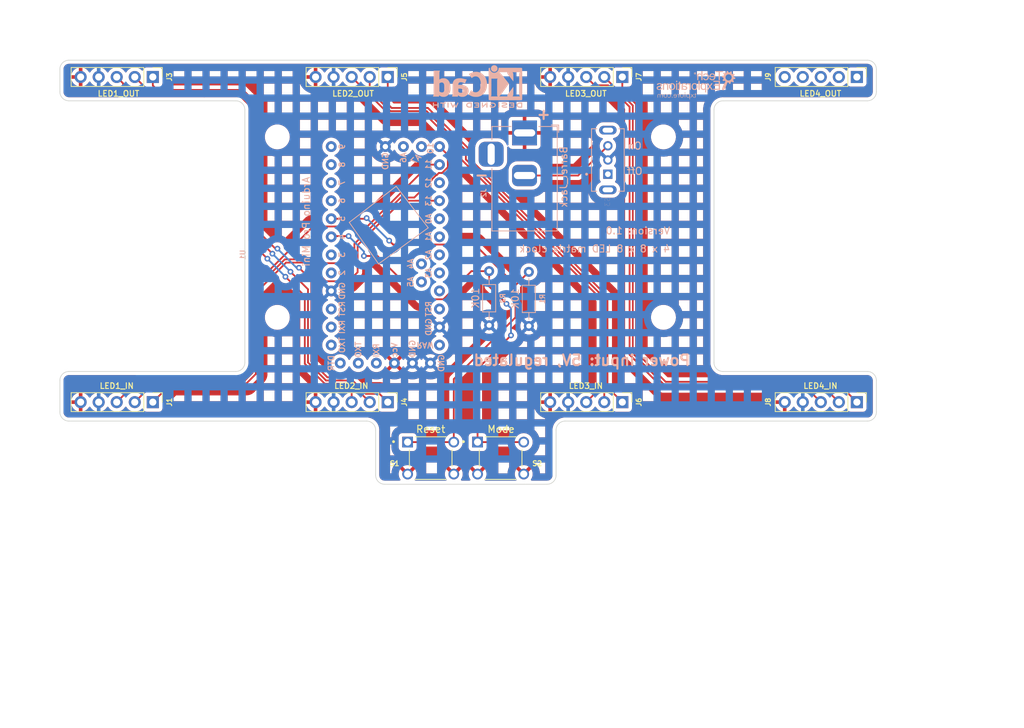
<source format=kicad_pcb>
(kicad_pcb (version 20211014) (generator pcbnew)
  (layers (0 "F.Cu" mixed) (31 "B.Cu" mixed) (34 "B.Paste" user) (35 "F.Paste" user) (36 "B.SilkS" user "B.Silkscreen") (37 "F.SilkS" user "F.Silkscreen") (38 "B.Mask" user) (39 "F.Mask" user) (44 "Edge.Cuts" user))
  (property "design_version" "1.0")
  (net 0 "")
  (net 1 "/CS0")
  (net 2 "/DIN0")
  (net 3 "/CLK0")
  (net 4 "GND")
  (net 5 "/Vcc")
  (net 6 "Net-(J2-Pad2)")
  (net 7 "/CS1")
  (net 8 "/DIN1")
  (net 9 "/CLK1")
  (net 10 "/CS2")
  (net 11 "/DIN2")
  (net 12 "/CLK2")
  (net 13 "/CS3")
  (net 14 "/DIN3")
  (net 15 "/CLK3")
  (net 16 "/TIMER_RESET")
  (net 17 "/MODE_SELECT")
  (footprint "1825967-1:SW_1825967-1" (layer "F.Cu") (at 137.608 106.172)
    (fp_text reference "S2" (at 5.14 0.762) (layer "F.SilkS") (effects (font (size 0.7 0.7))))
    (fp_text value "1825967-1" hide)
    (pad "1" thru_hole rect locked (at -3.25 -2.25) (size 1.508 1.508) (drill 1) (layers *.Cu *.Mask) (net 17 "/MODE_SELECT"))
    (pad "2" thru_hole circle locked (at 3.25 -2.25) (size 1.508 1.508) (drill 1) (layers *.Cu *.Mask) (net 17 "/MODE_SELECT"))
    (pad "3" thru_hole circle locked (at -3.25 2.25) (size 1.508 1.508) (drill 1) (layers *.Cu *.Mask) (net 5 "/Vcc"))
    (pad "4" thru_hole circle locked (at 3.25 2.25) (size 1.508 1.508) (drill 1) (layers *.Cu *.Mask) (net 5 "/Vcc"))
  )
  (footprint "MountingHole:MountingHole_2.5mm" (layer "F.Cu") (at 160.528 60.96)
    (fp_text reference "H3" hide)
    (fp_text value "MountingHole" hide)
    (pad "" np_thru_hole circle locked (at 0 0) (size 2.5 2.5) (drill 2.5) (layers *.Cu *.Mask))
  )
  (footprint "Connector_PinHeader_2.54mm:PinHeader_1x05_P2.54mm_Vertical" (layer "F.Cu") (at 88.646 98.298 -90)
    (fp_text reference "J1" (at 0 -2.33 90) (layer "F.SilkS") (effects (font (size 0.7 0.7))))
    (fp_text value "LED1_IN" (at -2.286 5.08) (layer "F.SilkS") (effects (font (size 0.8 0.8))))
    (pad "1" thru_hole rect locked (at 0 0 270) (size 1.7 1.7) (drill 1) (layers *.Cu *.Mask) (net 3 "/CLK0"))
    (pad "2" thru_hole oval locked (at 0 2.54 270) (size 1.7 1.7) (drill 1) (layers *.Cu *.Mask) (net 1 "/CS0"))
    (pad "3" thru_hole oval locked (at 0 5.08 270) (size 1.7 1.7) (drill 1) (layers *.Cu *.Mask) (net 2 "/DIN0"))
    (pad "4" thru_hole oval locked (at 0 7.62 270) (size 1.7 1.7) (drill 1) (layers *.Cu *.Mask) (net 4 "GND"))
    (pad "5" thru_hole oval locked (at 0 10.16 270) (size 1.7 1.7) (drill 1) (layers *.Cu *.Mask) (net 5 "/Vcc"))
  )
  (footprint "Connector_PinHeader_2.54mm:PinHeader_1x05_P2.54mm_Vertical" (layer "F.Cu") (at 121.7168 98.298 -90)
    (fp_text reference "J4" (at 0 -2.33 90) (layer "F.SilkS") (effects (font (size 0.7 0.7))))
    (fp_text value "LED2_IN" (at -2.286 5.1308) (layer "F.SilkS") (effects (font (size 0.8 0.8))))
    (pad "1" thru_hole rect locked (at 0 0 270) (size 1.7 1.7) (drill 1) (layers *.Cu *.Mask) (net 9 "/CLK1"))
    (pad "2" thru_hole oval locked (at 0 2.54 270) (size 1.7 1.7) (drill 1) (layers *.Cu *.Mask) (net 7 "/CS1"))
    (pad "3" thru_hole oval locked (at 0 5.08 270) (size 1.7 1.7) (drill 1) (layers *.Cu *.Mask) (net 8 "/DIN1"))
    (pad "4" thru_hole oval locked (at 0 7.62 270) (size 1.7 1.7) (drill 1) (layers *.Cu *.Mask) (net 4 "GND"))
    (pad "5" thru_hole oval locked (at 0 10.16 270) (size 1.7 1.7) (drill 1) (layers *.Cu *.Mask) (net 5 "/Vcc"))
  )
  (footprint "Connector_PinHeader_2.54mm:PinHeader_1x05_P2.54mm_Vertical" (layer "F.Cu") (at 187.7568 98.298 -90)
    (fp_text reference "J8" (at 0 12.4968 90) (layer "F.SilkS") (effects (font (size 0.7 0.7))))
    (fp_text value "LED4_IN" (at -2.286 5.1308) (layer "F.SilkS") (effects (font (size 0.8 0.8))))
    (pad "1" thru_hole rect locked (at 0 0 270) (size 1.7 1.7) (drill 1) (layers *.Cu *.Mask) (net 15 "/CLK3"))
    (pad "2" thru_hole oval locked (at 0 2.54 270) (size 1.7 1.7) (drill 1) (layers *.Cu *.Mask) (net 13 "/CS3"))
    (pad "3" thru_hole oval locked (at 0 5.08 270) (size 1.7 1.7) (drill 1) (layers *.Cu *.Mask) (net 14 "/DIN3"))
    (pad "4" thru_hole oval locked (at 0 7.62 270) (size 1.7 1.7) (drill 1) (layers *.Cu *.Mask) (net 4 "GND"))
    (pad "5" thru_hole oval locked (at 0 10.16 270) (size 1.7 1.7) (drill 1) (layers *.Cu *.Mask) (net 5 "/Vcc"))
  )
  (footprint "MountingHole:MountingHole_2.5mm" (layer "F.Cu") (at 106.172 86.36)
    (fp_text reference "H4" hide)
    (fp_text value "MountingHole" hide)
    (pad "" np_thru_hole circle locked (at 0 0) (size 2.5 2.5) (drill 2.5) (layers *.Cu *.Mask))
  )
  (footprint "Connector_PinHeader_2.54mm:PinHeader_1x05_P2.54mm_Vertical" (layer "F.Cu") (at 154.7368 98.298 -90)
    (fp_text reference "J6" (at 0 -2.33 90) (layer "F.SilkS") (effects (font (size 0.7 0.7))))
    (fp_text value "LED3_IN" (at -2.286 5.1308) (layer "F.SilkS") (effects (font (size 0.8 0.8))))
    (pad "1" thru_hole rect locked (at 0 0 270) (size 1.7 1.7) (drill 1) (layers *.Cu *.Mask) (net 12 "/CLK2"))
    (pad "2" thru_hole oval locked (at 0 2.54 270) (size 1.7 1.7) (drill 1) (layers *.Cu *.Mask) (net 10 "/CS2"))
    (pad "3" thru_hole oval locked (at 0 5.08 270) (size 1.7 1.7) (drill 1) (layers *.Cu *.Mask) (net 11 "/DIN2"))
    (pad "4" thru_hole oval locked (at 0 7.62 270) (size 1.7 1.7) (drill 1) (layers *.Cu *.Mask) (net 4 "GND"))
    (pad "5" thru_hole oval locked (at 0 10.16 270) (size 1.7 1.7) (drill 1) (layers *.Cu *.Mask) (net 5 "/Vcc"))
  )
  (footprint "MountingHole:MountingHole_2.5mm" (layer "F.Cu") (at 106.172 60.96)
    (fp_text reference "H1" hide)
    (fp_text value "MountingHole" hide)
    (pad "" np_thru_hole circle locked (at 0 0) (size 2.5 2.5) (drill 2.5) (layers *.Cu *.Mask))
  )
  (footprint "Connector_PinHeader_2.54mm:PinHeader_1x05_P2.54mm_Vertical" (layer "F.Cu") (at 88.646 52.5272 -90)
    (fp_text reference "J3" (at 0 -2.33 90) (layer "F.SilkS") (effects (font (size 0.7 0.7))))
    (fp_text value "LED1_OUT" (at 2.3368 4.826 180) (layer "F.SilkS") (effects (font (size 0.8 0.8))))
    (pad "1" thru_hole rect locked (at 0 0 270) (size 1.7 1.7) (drill 1) (layers *.Cu *.Mask) (net 9 "/CLK1"))
    (pad "2" thru_hole oval locked (at 0 2.54 270) (size 1.7 1.7) (drill 1) (layers *.Cu *.Mask) (net 7 "/CS1"))
    (pad "3" thru_hole oval locked (at 0 5.08 270) (size 1.7 1.7) (drill 1) (layers *.Cu *.Mask) (net 8 "/DIN1"))
    (pad "4" thru_hole oval locked (at 0 7.62 270) (size 1.7 1.7) (drill 1) (layers *.Cu *.Mask) (net 4 "GND"))
    (pad "5" thru_hole oval locked (at 0 10.16 270) (size 1.7 1.7) (drill 1) (layers *.Cu *.Mask) (net 5 "/Vcc"))
  )
  (footprint "1825967-1:SW_1825967-1" (layer "F.Cu") (at 127.762 106.172)
    (fp_text reference "S1" (at -5.08 0.762) (layer "F.SilkS") (effects (font (size 0.7 0.7))))
    (fp_text value "1825967-1" hide)
    (pad "1" thru_hole rect locked (at -3.25 -2.25) (size 1.508 1.508) (drill 1) (layers *.Cu *.Mask) (net 16 "/TIMER_RESET"))
    (pad "2" thru_hole circle locked (at 3.25 -2.25) (size 1.508 1.508) (drill 1) (layers *.Cu *.Mask) (net 16 "/TIMER_RESET"))
    (pad "3" thru_hole circle locked (at -3.25 2.25) (size 1.508 1.508) (drill 1) (layers *.Cu *.Mask) (net 5 "/Vcc"))
    (pad "4" thru_hole circle locked (at 3.25 2.25) (size 1.508 1.508) (drill 1) (layers *.Cu *.Mask) (net 5 "/Vcc"))
  )
  (footprint "Connector_PinHeader_2.54mm:PinHeader_1x05_P2.54mm_Vertical" (layer "F.Cu") (at 187.7568 52.5272 -90)
    (fp_text reference "J9" (at 0 12.4968 90) (layer "F.SilkS") (effects (font (size 0.7 0.7))))
    (fp_text value "LED4_OUT" (at 2.3368 5.1308) (layer "F.SilkS") (effects (font (size 0.8 0.8))))
    (pad "1" thru_hole rect locked (at 0 0 270) (size 1.7 1.7) (drill 1) (layers *.Cu *.Mask))
    (pad "2" thru_hole oval locked (at 0 2.54 270) (size 1.7 1.7) (drill 1) (layers *.Cu *.Mask))
    (pad "3" thru_hole oval locked (at 0 5.08 270) (size 1.7 1.7) (drill 1) (layers *.Cu *.Mask))
    (pad "4" thru_hole oval locked (at 0 7.62 270) (size 1.7 1.7) (drill 1) (layers *.Cu *.Mask))
    (pad "5" thru_hole oval locked (at 0 10.16 270) (size 1.7 1.7) (drill 1) (layers *.Cu *.Mask))
  )
  (footprint "MountingHole:MountingHole_2.5mm" (layer "F.Cu") (at 160.528 86.36)
    (fp_text reference "H2" hide)
    (fp_text value "MountingHole" hide)
    (pad "" np_thru_hole circle locked (at 0 0) (size 2.5 2.5) (drill 2.5) (layers *.Cu *.Mask))
  )
  (footprint "Connector_PinHeader_2.54mm:PinHeader_1x05_P2.54mm_Vertical" (layer "F.Cu") (at 121.7168 52.5272 -90)
    (fp_text reference "J5" (at 0 -2.33 90) (layer "F.SilkS") (effects (font (size 0.7 0.7))))
    (fp_text value "LED2_OUT" (at 2.3368 4.8768) (layer "F.SilkS") (effects (font (size 0.8 0.8))))
    (pad "1" thru_hole rect locked (at 0 0 270) (size 1.7 1.7) (drill 1) (layers *.Cu *.Mask) (net 12 "/CLK2"))
    (pad "2" thru_hole oval locked (at 0 2.54 270) (size 1.7 1.7) (drill 1) (layers *.Cu *.Mask) (net 10 "/CS2"))
    (pad "3" thru_hole oval locked (at 0 5.08 270) (size 1.7 1.7) (drill 1) (layers *.Cu *.Mask) (net 11 "/DIN2"))
    (pad "4" thru_hole oval locked (at 0 7.62 270) (size 1.7 1.7) (drill 1) (layers *.Cu *.Mask) (net 4 "GND"))
    (pad "5" thru_hole oval locked (at 0 10.16 270) (size 1.7 1.7) (drill 1) (layers *.Cu *.Mask) (net 5 "/Vcc"))
  )
  (footprint "Connector_PinHeader_2.54mm:PinHeader_1x05_P2.54mm_Vertical" (layer "F.Cu") (at 154.7368 52.5272 -90)
    (fp_text reference "J7" (at 0 -2.33 90) (layer "F.SilkS") (effects (font (size 0.7 0.7))))
    (fp_text value "LED3_OUT" (at 2.3368 5.1308) (layer "F.SilkS") (effects (font (size 0.8 0.8))))
    (pad "1" thru_hole rect locked (at 0 0 270) (size 1.7 1.7) (drill 1) (layers *.Cu *.Mask) (net 15 "/CLK3"))
    (pad "2" thru_hole oval locked (at 0 2.54 270) (size 1.7 1.7) (drill 1) (layers *.Cu *.Mask) (net 13 "/CS3"))
    (pad "3" thru_hole oval locked (at 0 5.08 270) (size 1.7 1.7) (drill 1) (layers *.Cu *.Mask) (net 14 "/DIN3"))
    (pad "4" thru_hole oval locked (at 0 7.62 270) (size 1.7 1.7) (drill 1) (layers *.Cu *.Mask) (net 4 "GND"))
    (pad "5" thru_hole oval locked (at 0 10.16 270) (size 1.7 1.7) (drill 1) (layers *.Cu *.Mask) (net 5 "/Vcc"))
  )
  (footprint "Symbol:KiCad-Logo2_5mm_SilkScreen" (layer "B.Cu") (at 134.366 53.848 180)
    (fp_text reference "REF**" hide)
    (fp_text value "KiCad-Logo2_5mm_SilkScreen" hide)
  )
  (footprint "SS12D07VG4:SW_SS12D07VG4" (layer "B.Cu") (at 152.7048 64.2112 90)
    (fp_text reference "S3" (at -5.8928 -0.0508 90) (layer "B.SilkS") (effects (font (size 0.7 0.7) (thickness 0.015)) (justify mirror)))
    (fp_text value "SS12D07VG4")
    (pad "1" thru_hole rect locked (at -2 0 90) (size 1.308 1.308) (drill 0.8) (layers *.Cu *.Mask))
    (pad "2" thru_hole circle locked (at 0 0 90) (size 1.308 1.308) (drill 0.8) (layers *.Cu *.Mask) (net 4 "GND"))
    (pad "3" thru_hole circle locked (at 2 0 90) (size 1.308 1.308) (drill 0.8) (layers *.Cu *.Mask) (net 6 "Net-(J2-Pad2)"))
    (pad "S1" thru_hole oval locked (at -4.2 0 90) (size 1.23 2.46) (drill oval 0.7 1.5) (layers *.Cu *.Mask))
    (pad "S2" thru_hole oval locked (at 4.2 0 90) (size 1.23 2.46) (drill oval 0.7 1.5) (layers *.Cu *.Mask))
  )
  (footprint "Connector_BarrelJack:BarrelJack_Horizontal" (layer "B.Cu") (at 140.9777 60.3956 90)
    (fp_text reference "J2" (at -8.45 -5.75 90) (layer "B.SilkS") (effects (font (size 0.7 0.7)) (justify mirror)))
    (fp_text value "Barrel_Jack" (at -6.2 5.5 90) (layer "B.SilkS") (effects (justify mirror)))
    (pad "1" thru_hole rect (at 0 0 90) (size 3.5 3.5) (drill oval 1 3) (layers *.Cu *.Mask) (net 5 "/Vcc"))
    (pad "2" thru_hole roundrect (at -6 0 90) (size 3 3.5) (drill oval 1 3) (layers *.Cu *.Mask) (net 6 "Net-(J2-Pad2)"))
    (pad "3" thru_hole roundrect (at -3 -4.7 90) (size 3.5 3.5) (drill oval 3 1) (layers *.Cu *.Mask))
  )
  (footprint "DesktopLibrary:TE_Logo_11.6x4" (layer "B.Cu") (at 165.1 53.594 180)
    (fp_text reference "G***" hide)
    (fp_text value "LOGO" hide)
  )
  (footprint "DesktopLibrary:ArduinoProMiniCustom" (layer "B.Cu") (at 111.22 57.245 -90)
    (fp_text reference "U1" (at 20.32 9.906 90 unlocked) (layer "B.SilkS") (effects (font (size 0.7 0.7)) (justify mirror)))
    (fp_text value "ArduinoProMiniSimple" hide)
    (fp_text user "8" (at 7.62 -4.064 90 unlocked) (layer "B.SilkS") (effects (font (size 0.8 0.8)) (justify mirror)))
    (fp_text user "2" (at 22.86 -4.064 90 unlocked) (layer "B.SilkS") (effects (font (size 0.8 0.8)) (justify mirror)))
    (fp_text user "10" (at 5.334 -16.51 90 unlocked) (layer "B.SilkS") (effects (font (size 0.8 0.8)) (justify mirror)))
    (fp_text user "A2" (at 20.32 -16.256 90 unlocked) (layer "B.SilkS") (effects (font (size 0.8 0.8)) (justify mirror)))
    (fp_text user "A0" (at 15.24 -16.256 90 unlocked) (layer "B.SilkS") (effects (font (size 0.8 0.8)) (justify mirror)))
    (fp_text user "Vcc" (at 33.718476 -11.43 90 unlocked) (layer "B.SilkS") (effects (font (size 0.8 0.8)) (justify mirror)))
    (fp_text user "12" (at 10.16 -16.256 90 unlocked) (layer "B.SilkS") (effects (font (size 0.8 0.8)) (justify mirror)))
    (fp_text user "A7" (at 6.858 -14.478 45 unlocked) (layer "B.SilkS") (effects (font (size 0.8 0.8)) (justify mirror)))
    (fp_text user "A6" (at 6.636589 -12.7 90 unlocked) (layer "B.SilkS") (effects (font (size 0.8 0.8)) (justify mirror)))
    (fp_text user "Arduino Pro Mini" (at 15.653 0.984 90 unlocked) (layer "B.SilkS") (effects (justify mirror)))
    (fp_text user "RST" (at 27.94 -16.256 90 unlocked) (layer "B.SilkS") (effects (font (size 0.8 0.8)) (justify mirror)))
    (fp_text user "5" (at 15.24 -4.064 90 unlocked) (layer "B.SilkS") (effects (font (size 0.8 0.8)) (justify mirror)))
    (fp_text user "TXO" (at 33.642286 -6.35 90 unlocked) (layer "B.SilkS") (effects (font (size 0.8 0.8)) (justify mirror)))
    (fp_text user "GND" (at 25.4 -4.064 90 unlocked) (layer "B.SilkS") (effects (font (size 0.8 0.8)) (justify mirror)))
    (fp_text user "GND" (at 35.56 -18.034 90 unlocked) (layer "B.SilkS") (effects (font (size 0.8 0.8)) (justify mirror)))
    (fp_text user "DTR" (at 35.56 -2.54 90 unlocked) (layer "B.SilkS") (effects (font (size 0.8 0.8)) (justify mirror)))
    (fp_text user "A1" (at 17.78 -16.256 90 unlocked) (layer "B.SilkS") (effects (font (size 0.8 0.8)) (justify mirror)))
    (fp_text user "4" (at 17.78 -4.064 90 unlocked) (layer "B.SilkS") (effects (font (size 0.8 0.8)) (justify mirror)))
    (fp_text user "RAW" (at 33.02 -15.748 -180 unlocked) (layer "B.SilkS") (effects (font (size 0.8 0.8)) (justify mirror)))
    (fp_text user "13" (at 12.7 -16.256 90 unlocked) (layer "B.SilkS") (effects (font (size 0.8 0.8)) (justify mirror)))
    (fp_text user "7" (at 10.16 -4.064 90 unlocked) (layer "B.SilkS") (effects (font (size 0.8 0.8)) (justify mirror)))
    (fp_text user "TXO" (at 33.02 -4.064 90 unlocked) (layer "B.SilkS") (effects (font (size 0.8 0.8)) (justify mirror)))
    (fp_text user "A3" (at 22.86 -16.256 90 unlocked) (layer "B.SilkS") (effects (font (size 0.8 0.8)) (justify mirror)))
    (fp_text user "GND" (at 7.131827 -10.16 90 unlocked) (layer "B.SilkS") (effects (font (size 0.8 0.8)) (justify mirror)))
    (fp_text user "9" (at 5.08 -4.064 90 unlocked) (layer "B.SilkS") (effects (font (size 0.8 0.8)) (justify mirror)))
    (fp_text user "RXI" (at 33.775619 -8.89 90 unlocked) (layer "B.SilkS") (effects (font (size 0.8 0.8)) (justify mirror)))
    (fp_text user "GND" (at 30.48 -16.256 90 unlocked) (layer "B.SilkS") (effects (font (size 0.8 0.8)) (justify mirror)))
    (fp_text user "11" (at 7.62 -16.256 90 unlocked) (layer "B.SilkS") (effects (font (size 0.8 0.8)) (justify mirror)))
    (fp_text user "3" (at 20.32 -4.064 90 unlocked) (layer "B.SilkS") (effects (font (size 0.8 0.8)) (justify mirror)))
    (fp_text user "RXI" (at 30.48 -4.064 90 unlocked) (layer "B.SilkS") (effects (font (size 0.8 0.8)) (justify mirror)))
    (fp_text user "RST" (at 27.94 -4.064 90 unlocked) (layer "B.SilkS") (effects (font (size 0.8 0.8)) (justify mirror)))
    (fp_text user "A5" (at 24.13 -13.716 90 unlocked) (layer "B.SilkS") (effects (font (size 0.8 0.8)) (justify mirror)))
    (fp_text user "GND" (at 33.528 -13.97 90 unlocked) (layer "B.SilkS") (effects (font (size 0.8 0.8)) (justify mirror)))
    (fp_text user "6" (at 12.7 -4.064 90 unlocked) (layer "B.SilkS") (effects (font (size 0.8 0.8)) (justify mirror)))
    (fp_text user "A4" (at 21.59 -13.716 90 unlocked) (layer "B.SilkS") (effects (font (size 0.8 0.8)) (justify mirror)))
    (pad "0" thru_hole circle (at 33.02 -2.54 270) (size 1.524 1.524) (drill 0.762) (layers *.Cu *.Mask))
    (pad "1" thru_hole circle (at 30.48 -2.54 270) (size 1.524 1.524) (drill 0.762) (layers *.Cu *.Mask))
    (pad "2" thru_hole circle (at 27.94 -2.54 270) (size 1.524 1.524) (drill 0.762) (layers *.Cu *.Mask))
    (pad "3" thru_hole circle (at 25.4 -2.54 270) (size 1.524 1.524) (drill 0.762) (layers *.Cu *.Mask) (net 4 "GND"))
    (pad "4" thru_hole circle (at 22.86 -2.54 270) (size 1.524 1.524) (drill 0.762) (layers *.Cu *.Mask))
    (pad "5" thru_hole circle (at 20.32 -2.54 270) (size 1.524 1.524) (drill 0.762) (layers *.Cu *.Mask))
    (pad "6" thru_hole circle (at 17.78 -2.54 270) (size 1.524 1.524) (drill 0.762) (layers *.Cu *.Mask) (net 17 "/MODE_SELECT"))
    (pad "7" thru_hole circle (at 15.24 -2.54 270) (size 1.524 1.524) (drill 0.762) (layers *.Cu *.Mask) (net 16 "/TIMER_RESET"))
    (pad "8" thru_hole circle (at 12.7 -2.54 270) (size 1.524 1.524) (drill 0.762) (layers *.Cu *.Mask))
    (pad "9" thru_hole circle (at 10.16 -2.54 270) (size 1.524 1.524) (drill 0.762) (layers *.Cu *.Mask))
    (pad "10" thru_hole circle (at 7.62 -2.54 270) (size 1.524 1.524) (drill 0.762) (layers *.Cu *.Mask))
    (pad "11" thru_hole circle (at 5.08 -2.54 270) (size 1.524 1.524) (drill 0.762) (layers *.Cu *.Mask))
    (pad "12" thru_hole circle (at 5.08 -10.16 270) (size 1.524 1.524) (drill 0.762) (layers *.Cu *.Mask) (net 4 "GND"))
    (pad "13" thru_hole circle (at 5.08 -12.7 270) (size 1.524 1.524) (drill 0.762) (layers *.Cu *.Mask))
    (pad "14" thru_hole circle (at 5.08 -15.24 270) (size 1.524 1.524) (drill 0.762) (layers *.Cu *.Mask))
    (pad "15" thru_hole circle (at 5.08 -17.78 270) (size 1.524 1.524) (drill 0.762) (layers *.Cu *.Mask) (net 1 "/CS0"))
    (pad "16" thru_hole circle (at 7.62 -17.78 270) (size 1.524 1.524) (drill 0.762) (layers *.Cu *.Mask) (net 2 "/DIN0"))
    (pad "17" thru_hole circle (at 10.16 -17.78 270) (size 1.524 1.524) (drill 0.762) (layers *.Cu *.Mask))
    (pad "18" thru_hole circle (at 12.7 -17.78 270) (size 1.524 1.524) (drill 0.762) (layers *.Cu *.Mask) (net 3 "/CLK0"))
    (pad "19" thru_hole circle (at 15.24 -17.78 270) (size 1.524 1.524) (drill 0.762) (layers *.Cu *.Mask))
    (pad "20" thru_hole circle (at 17.78 -17.78 270) (size 1.524 1.524) (drill 0.762) (layers *.Cu *.Mask))
    (pad "21" thru_hole circle (at 20.32 -17.78 270) (size 1.524 1.524) (drill 0.762) (layers *.Cu *.Mask))
    (pad "22" thru_hole circle (at 22.86 -17.78 270) (size 1.524 1.524) (drill 0.762) (layers *.Cu *.Mask))
    (pad "23" thru_hole circle (at 25.4 -17.78 270) (size 1.524 1.524) (drill 0.762) (layers *.Cu *.Mask))
    (pad "24" thru_hole circle (at 27.94 -17.78 270) (size 1.524 1.524) (drill 0.762) (layers *.Cu *.Mask))
    (pad "25" thru_hole circle (at 30.48 -17.78 270) (size 1.524 1.524) (drill 0.762) (layers *.Cu *.Mask) (net 4 "GND"))
    (pad "26" thru_hole circle (at 33.02 -17.78 270) (size 1.524 1.524) (drill 0.762) (layers *.Cu *.Mask))
    (pad "27" thru_hole circle (at 35.56 -16.51 270) (size 1.524 1.524) (drill 0.762) (layers *.Cu *.Mask) (net 4 "GND"))
    (pad "28" thru_hole circle (at 35.56 -13.97 270) (size 1.524 1.524) (drill 0.762) (layers *.Cu *.Mask) (net 4 "GND"))
    (pad "29" thru_hole circle (at 35.56 -11.43 270) (size 1.524 1.524) (drill 0.762) (layers *.Cu *.Mask) (net 5 "/Vcc"))
    (pad "30" thru_hole circle (at 35.56 -8.89 270) (size 1.524 1.524) (drill 0.762) (layers *.Cu *.Mask))
    (pad "31" thru_hole circle (at 35.56 -6.35 270) (size 1.524 1.524) (drill 0.762) (layers *.Cu *.Mask))
    (pad "32" thru_hole circle (at 35.56 -3.81 270) (size 1.524 1.524) (drill 0.762) (layers *.Cu *.Mask))
    (pad "33" thru_hole circle (at 21.59 -15.24 270) (size 1.524 1.524) (drill 0.762) (layers *.Cu *.Mask))
    (pad "34" thru_hole circle (at 24.13 -15.24 270) (size 1.524 1.524) (drill 0.762) (layers *.Cu *.Mask))
  )
  (footprint "Resistor_THT:R_Axial_DIN0204_L3.6mm_D1.6mm_P7.62mm_Horizontal" (layer "B.Cu") (at 135.9916 87.4776 90)
    (fp_text reference "R2" (at 3.81 1.92 90) (layer "B.SilkS") (effects (font (size 0.7 0.7)) (justify mirror)))
    (fp_text value "10K" (at 3.81 -1.92 90) (layer "B.SilkS") (effects (justify mirror)))
    (pad "1" thru_hole circle locked (at 0 0 90) (size 1.4 1.4) (drill 0.7) (layers *.Cu *.Mask) (net 4 "GND"))
    (pad "2" thru_hole oval locked (at 7.62 0 90) (size 1.4 1.4) (drill 0.7) (layers *.Cu *.Mask) (net 17 "/MODE_SELECT"))
  )
  (footprint "Resistor_THT:R_Axial_DIN0204_L3.6mm_D1.6mm_P7.62mm_Horizontal" (layer "B.Cu") (at 141.5796 87.5792 90)
    (fp_text reference "R1" (at 3.81 1.92 90) (layer "B.SilkS") (effects (font (size 0.7 0.7)) (justify mirror)))
    (fp_text value "10K" (at 3.81 -1.92 90) (layer "B.SilkS") (effects (justify mirror)))
    (pad "1" thru_hole circle locked (at 0 0 90) (size 1.4 1.4) (drill 0.7) (layers *.Cu *.Mask) (net 4 "GND"))
    (pad "2" thru_hole oval locked (at 7.62 0 90) (size 1.4 1.4) (drill 0.7) (layers *.Cu *.Mask) (net 16 "/TIMER_RESET"))
  )
  (gr_arc (start 190.5 99.695) (mid 190.128026 100.593026) (end 189.23 100.965) (layer "Edge.Cuts") (width 0.1))
  (gr_line (start 145.415 108.585) (end 145.415 102.235) (layer "Edge.Cuts") (width 0.1))
  (gr_arc (start 168.91 93.98) (mid 168.011974 93.608026) (end 167.64 92.71) (layer "Edge.Cuts") (width 0.1))
  (gr_line (start 168.91 55.88) (end 189.23 55.88) (layer "Edge.Cuts") (width 0.1))
  (gr_arc (start 101.6 92.71) (mid 101.228026 93.608026) (end 100.33 93.98) (layer "Edge.Cuts") (width 0.1))
  (gr_line (start 189.23 93.98) (end 168.91 93.98) (layer "Edge.Cuts") (width 0.1))
  (gr_arc (start 145.415 108.585) (mid 145.043026 109.483026) (end 144.145 109.855) (layer "Edge.Cuts") (width 0.1))
  (gr_arc (start 121.285 109.855) (mid 120.386974 109.483026) (end 120.015 108.585) (layer "Edge.Cuts") (width 0.1))
  (gr_line (start 100.33 93.98) (end 76.835 93.98) (layer "Edge.Cuts") (width 0.1))
  (gr_line (start 121.285 109.855) (end 140.97 109.855) (layer "Edge.Cuts") (width 0.1))
  (gr_arc (start 189.23 50.165) (mid 190.128026 50.536974) (end 190.5 51.435) (layer "Edge.Cuts") (width 0.1))
  (gr_arc (start 118.745 100.965) (mid 119.643026 101.336974) (end 120.015 102.235) (layer "Edge.Cuts") (width 0.1))
  (gr_arc (start 189.23 93.98) (mid 190.128026 94.351974) (end 190.5 95.25) (layer "Edge.Cuts") (width 0.1))
  (gr_arc (start 76.835 100.965) (mid 75.936974 100.593026) (end 75.565 99.695) (layer "Edge.Cuts") (width 0.1))
  (gr_line (start 140.97 109.855) (end 144.145 109.855) (layer "Edge.Cuts") (width 0.1))
  (gr_line (start 190.5 99.695) (end 190.5 95.25) (layer "Edge.Cuts") (width 0.1))
  (gr_arc (start 190.5 54.61) (mid 190.128026 55.508026) (end 189.23 55.88) (layer "Edge.Cuts") (width 0.1))
  (gr_line (start 190.5 54.61) (end 190.5 51.435) (layer "Edge.Cuts") (width 0.1))
  (gr_line (start 75.565 95.25) (end 75.565 99.695) (layer "Edge.Cuts") (width 0.1))
  (gr_line (start 76.835 100.965) (end 118.745 100.965) (layer "Edge.Cuts") (width 0.1))
  (gr_arc (start 100.33 55.88) (mid 101.228026 56.251974) (end 101.6 57.15) (layer "Edge.Cuts") (width 0.1))
  (gr_line (start 146.685 100.965) (end 189.23 100.965) (layer "Edge.Cuts") (width 0.1))
  (gr_arc (start 75.565 51.435) (mid 75.936974 50.536974) (end 76.835 50.165) (layer "Edge.Cuts") (width 0.1))
  (gr_line (start 167.64 92.71) (end 167.64 57.15) (layer "Edge.Cuts") (width 0.1))
  (gr_line (start 76.835 55.88) (end 100.33 55.88) (layer "Edge.Cuts") (width 0.1))
  (gr_arc (start 167.64 57.15) (mid 168.011974 56.251974) (end 168.91 55.88) (layer "Edge.Cuts") (width 0.1))
  (gr_arc (start 76.835 55.88) (mid 75.936974 55.508026) (end 75.565 54.61) (layer "Edge.Cuts") (width 0.1))
  (gr_line (start 75.565 51.435) (end 75.565 54.61) (layer "Edge.Cuts") (width 0.1))
  (gr_line (start 101.6 57.15) (end 101.6 92.71) (layer "Edge.Cuts") (width 0.1))
  (gr_line (start 120.015 102.235) (end 120.015 108.585) (layer "Edge.Cuts") (width 0.1))
  (gr_arc (start 145.415 102.235) (mid 145.786974 101.336974) (end 146.685 100.965) (layer "Edge.Cuts") (width 0.1))
  (gr_line (start 189.23 50.165) (end 76.835 50.165) (layer "Edge.Cuts") (width 0.1))
  (gr_arc (start 75.565 95.25) (mid 75.936974 94.351974) (end 76.835 93.98) (layer "Edge.Cuts") (width 0.1))
  (gr_text "Version: ${design_version}" (at 161.544 74.168) (layer "B.SilkS") (effects (font (size 1 1)) (justify left mirror)))
  (gr_text "+" (at 143.6624 57.7596) (layer "B.SilkS") (effects (font (size 1.5 1.5) (thickness 0.3))))
  (gr_text "Power input: 5V, regulated" (at 149.0472 92.4052) (layer "B.SilkS") (effects (font (size 1.5 1.5) (thickness 0.3)) (justify mirror)))
  (gr_text "-" (at 134.9248 66.294) (layer "B.SilkS") (effects (font (size 1.5 1.5) (thickness 0.3))))
  (gr_text "Off" (at 156.464 65.786) (layer "B.SilkS") (effects (font (size 1 1)) (justify mirror)))
  (gr_text "4 x 8 x 8 LED matrix clock" (at 161.544 76.708) (layer "B.SilkS") (effects (font (size 1 1)) (justify left mirror)))
  (gr_text "On" (at 156.464 62.23) (layer "B.SilkS") (effects (font (size 1 1)) (justify mirror)))
  (gr_text "Reset" (at 127.762 102.108) (layer "F.SilkS") (effects (font (size 1 1))))
  (gr_text "Mode" (at 137.668 102.108) (layer "F.SilkS") (effects (font (size 1 1))))
  (segment (start 86.106 98.298) (end 89.154 95.25) (width 0.25) (layer "F.Cu") (net 1))
  (segment (start 101.600717 95.25) (end 102.68452 94.166197) (width 0.25) (layer "F.Cu") (net 1))
  (segment (start 102.68452 94.166197) (end 102.68452 82.736198) (width 0.25) (layer "F.Cu") (net 1))
  (segment (start 89.154 95.25) (end 101.600717 95.25) (width 0.25) (layer "F.Cu") (net 1))
  (segment (start 128.626511 66.318489) (end 128.905 66.04) (width 0.25) (layer "F.Cu") (net 1))
  (segment (start 128.905 66.04) (end 129.36156 66.04) (width 0.25) (layer "F.Cu") (net 1))
  (segment (start 107.218727 78.201991) (end 110.587709 78.201991) (width 0.25) (layer "F.Cu") (net 1))
  (segment (start 110.587709 78.201991) (end 111.125718 78.74) (width 0.25) (layer "F.Cu") (net 1))
  (segment (start 127.913489 67.031511) (end 127.913489 66.954951) (width 0.25) (layer "F.Cu") (net 1))
  (segment (start 128.549951 66.318489) (end 128.626511 66.318489) (width 0.25) (layer "F.Cu") (net 1))
  (segment (start 129.36156 66.04) (end 130.175 65.22656) (width 0.25) (layer "F.Cu") (net 1))
  (segment (start 116.205 78.74) (end 117.026198 77.918802) (width 0.25) (layer "F.Cu") (net 1))
  (segment (start 102.68452 82.736198) (end 107.218727 78.201991) (width 0.25) (layer "F.Cu") (net 1))
  (segment (start 127.913489 66.954951) (end 128.549951 66.318489) (width 0.25) (layer "F.Cu") (net 1))
  (segment (start 117.026198 76.014521) (end 123.545239 69.49548) (width 0.25) (layer "F.Cu") (net 1))
  (segment (start 125.44952 69.49548) (end 127.913489 67.031511) (width 0.25) (layer "F.Cu") (net 1))
  (segment (start 111.125718 78.74) (end 116.205 78.74) (width 0.25) (layer "F.Cu") (net 1))
  (segment (start 117.026198 77.918802) (end 117.026198 76.014521) (width 0.25) (layer "F.Cu") (net 1))
  (segment (start 130.175 63.5) (end 129 62.325) (width 0.25) (layer "F.Cu") (net 1))
  (segment (start 123.545239 69.49548) (end 125.44952 69.49548) (width 0.25) (layer "F.Cu") (net 1))
  (segment (start 130.175 65.22656) (end 130.175 63.5) (width 0.25) (layer "F.Cu") (net 1))
  (segment (start 102.235 93.98) (end 102.235 82.55) (width 0.25) (layer "F.Cu") (net 2))
  (segment (start 87.06352 94.80048) (end 101.41452 94.80048) (width 0.25) (layer "F.Cu") (net 2))
  (segment (start 83.566 98.298) (end 87.06352 94.80048) (width 0.25) (layer "F.Cu") (net 2))
  (segment (start 111.213489 73.571511) (end 118.833489 73.571511) (width 0.25) (layer "F.Cu") (net 2))
  (segment (start 101.41452 94.80048) (end 102.235 93.98) (width 0.25) (layer "F.Cu") (net 2))
  (segment (start 118.833489 73.571511) (end 127.54 64.865) (width 0.25) (layer "F.Cu") (net 2))
  (segment (start 102.235 82.55) (end 111.213489 73.571511) (width 0.25) (layer "F.Cu") (net 2))
  (segment (start 127.54 64.865) (end 129 64.865) (width 0.25) (layer "F.Cu") (net 2))
  (segment (start 117.475718 76.200718) (end 123.731436 69.945) (width 0.25) (layer "F.Cu") (net 3))
  (segment (start 91.24448 95.69952) (end 101.786915 95.69952) (width 0.25) (layer "F.Cu") (net 3))
  (segment (start 103.13404 82.922396) (end 107.404925 78.651511) (width 0.25) (layer "F.Cu") (net 3))
  (segment (start 107.404925 78.651511) (end 110.401511 78.651511) (width 0.25) (layer "F.Cu") (net 3))
  (segment (start 110.401511 78.651511) (end 113.03 81.28) (width 0.25) (layer "F.Cu") (net 3))
  (segment (start 113.03 81.28) (end 116.205 81.28) (width 0.25) (layer "F.Cu") (net 3))
  (segment (start 103.13404 94.352394) (end 103.13404 82.922396) (width 0.25) (layer "F.Cu") (net 3))
  (segment (start 101.786915 95.69952) (end 103.13404 94.352394) (width 0.25) (layer "F.Cu") (net 3))
  (segment (start 88.646 98.298) (end 91.24448 95.69952) (width 0.25) (layer "F.Cu") (net 3))
  (segment (start 117.475718 80.009282) (end 117.475718 76.200718) (width 0.25) (layer "F.Cu") (net 3))
  (segment (start 116.205 81.28) (end 117.475718 80.009282) (width 0.25) (layer "F.Cu") (net 3))
  (segment (start 123.731436 69.945) (end 129 69.945) (width 0.25) (layer "F.Cu") (net 3))
  (segment (start 152.7048 62.2112) (end 148.5204 66.3956) (width 0.25) (layer "F.Cu") (net 6))
  (segment (start 148.5204 66.3956) (end 140.9777 66.3956) (width 0.25) (layer "F.Cu") (net 6))
  (segment (start 86.106 52.5272) (end 88.37428 54.79548) (width 0.25) (layer "F.Cu") (net 7))
  (segment (start 88.37428 54.79548) (end 101.151197 54.79548) (width 0.25) (layer "F.Cu") (net 7))
  (segment (start 101.151197 54.79548) (end 102.68452 56.328803) (width 0.25) (layer "F.Cu") (net 7))
  (segment locked (start 108.021755 79.938245) (end 110.49 82.40649) (width 0.25) (layer "F.Cu") (net 7))
  (segment (start 113.030359 95.249641) (end 116.128441 95.249641) (width 0.25) (layer "F.Cu") (net 7))
  (segment (start 102.68452 56.328803) (end 102.68452 74.60101) (width 0.25) (layer "F.Cu") (net 7))
  (segment (start 110.49 92.709282) (end 113.030359 95.249641) (width 0.25) (layer "F.Cu") (net 7))
  (segment (start 110.49 82.40649) (end 110.49 92.709282) (width 0.25) (layer "F.Cu") (net 7))
  (segment (start 116.128441 95.249641) (end 119.1768 98.298) (width 0.25) (layer "F.Cu") (net 7))
  (segment (start 102.68452 74.60101) (end 105.481755 77.398245) (width 0.25) (layer "F.Cu") (net 7))
  (via (at 105.481755 77.398245) (size 0.8) (drill 0.4) (layers "F.Cu" "B.Cu") (net 7))
  (via (at 108.021755 79.938245) (size 0.8) (drill 0.4) (layers "F.Cu" "B.Cu") (net 7))
  (segment (start 105.481755 77.398245) (end 108.021755 79.938245) (width 0.25) (layer "B.Cu") (net 7))
  (segment (start 115.942243 95.699161) (end 116.6368 96.393718) (width 0.25) (layer "F.Cu") (net 8))
  (segment (start 102.235 75.565) (end 104.775 78.105) (width 0.25) (layer "F.Cu") (net 8))
  (segment (start 107.315 80.645) (end 110.04048 83.37048) (width 0.25) (layer "F.Cu") (net 8))
  (segment (start 102.235 72.39) (end 102.235 75.565) (width 0.25) (layer "F.Cu") (net 8))
  (segment (start 84.455 53.4162) (end 84.455 54.61) (width 0.25) (layer "F.Cu") (net 8))
  (segment (start 84.455 54.61) (end 85.09 55.245) (width 0.25) (layer "F.Cu") (net 8))
  (segment (start 112.844162 95.699161) (end 115.942243 95.699161) (width 0.25) (layer "F.Cu") (net 8))
  (segment (start 95.885 55.245) (end 100.965 55.245) (width 0.25) (layer "F.Cu") (net 8))
  (segment (start 85.09 55.245) (end 95.885 55.245) (width 0.25) (layer "F.Cu") (net 8))
  (segment (start 100.965 55.245) (end 101.6 55.88) (width 0.25) (layer "F.Cu") (net 8))
  (segment (start 116.6368 96.393718) (end 116.6368 98.298) (width 0.25) (layer "F.Cu") (net 8))
  (segment (start 110.04048 92.89548) (end 112.844162 95.699161) (width 0.25) (layer "F.Cu") (net 8))
  (segment (start 110.04048 83.37048) (end 110.04048 92.89548) (width 0.25) (layer "F.Cu") (net 8))
  (segment (start 101.6 55.88) (end 102.235 56.515) (width 0.25) (layer "F.Cu") (net 8))
  (segment (start 102.235 56.515) (end 102.235 72.39) (width 0.25) (layer "F.Cu") (net 8))
  (segment (start 83.566 52.5272) (end 84.455 53.4162) (width 0.25) (layer "F.Cu") (net 8))
  (via (at 104.775 78.105) (size 0.8) (drill 0.4) (layers "F.Cu" "B.Cu") (net 8))
  (via (at 107.315 80.645) (size 0.8) (drill 0.4) (layers "F.Cu" "B.Cu") (net 8))
  (segment (start 104.775 78.105) (end 107.315 80.645) (width 0.25) (layer "B.Cu") (net 8))
  (segment (start 101.337395 54.34596) (end 103.13404 56.142605) (width 0.25) (layer "F.Cu") (net 9))
  (segment (start 118.638007 97.123489) (end 120.542289 97.123489) (width 0.25) (layer "F.Cu") (net 9))
  (segment (start 113.216557 94.800121) (end 116.314639 94.800121) (width 0.25) (layer "F.Cu") (net 9))
  (segment (start 88.646 52.5272) (end 88.646 53.721) (width 0.25) (layer "F.Cu") (net 9))
  (segment (start 120.542289 97.123489) (end 121.7168 98.298) (width 0.25) (layer "F.Cu") (net 9))
  (segment (start 109.22 79.376011) (end 110.93952 81.095531) (width 0.25) (layer "F.Cu") (net 9))
  (segment (start 103.13404 57.15) (end 103.13404 68.58) (width 0.25) (layer "F.Cu") (net 9))
  (segment (start 103.13404 68.58) (end 103.13404 73.92404) (width 0.25) (layer "F.Cu") (net 9))
  (segment (start 103.13404 73.92404) (end 103.505 74.295) (width 0.25) (layer "F.Cu") (net 9))
  (segment (start 116.314639 94.800121) (end 118.638007 97.123489) (width 0.25) (layer "F.Cu") (net 9))
  (segment (start 89.535 54.34596) (end 101.337395 54.34596) (width 0.25) (layer "F.Cu") (net 9))
  (segment (start 105.90149 76.69149) (end 106.18851 76.69149) (width 0.25) (layer "F.Cu") (net 9))
  (segment (start 103.505 74.295) (end 105.90149 76.69149) (width 0.25) (layer "F.Cu") (net 9))
  (segment (start 110.93952 81.095531) (end 110.93952 92.523084) (width 0.25) (layer "F.Cu") (net 9))
  (segment (start 89.27096 54.34596) (end 89.535 54.34596) (width 0.25) (layer "F.Cu") (net 9))
  (segment (start 103.13404 56.142605) (end 103.13404 57.15) (width 0.25) (layer "F.Cu") (net 9))
  (segment (start 88.646 53.721) (end 89.27096 54.34596) (width 0.25) (layer "F.Cu") (net 9))
  (segment (start 110.93952 92.523084) (end 113.216557 94.800121) (width 0.25) (layer "F.Cu") (net 9))
  (via (at 109.22 79.376011) (size 0.8) (drill 0.4) (layers "F.Cu" "B.Cu") (net 9))
  (via (at 106.18851 76.69149) (size 0.8) (drill 0.4) (layers "F.Cu" "B.Cu") (net 9))
  (segment (start 108.873031 79.376011) (end 109.22 79.376011) (width 0.25) (layer "B.Cu") (net 9))
  (segment (start 106.18851 76.69149) (end 108.873031 79.376011) (width 0.25) (layer "B.Cu") (net 9))
  (segment (start 119.1768 52.5272) (end 119.1768 54.431482) (width 0.25) (layer "F.Cu") (net 10))
  (segment (start 119.1768 54.431482) (end 122.080798 57.33548) (width 0.25) (layer "F.Cu") (net 10))
  (segment (start 132.715 64.134283) (end 152.1968 83.616083) (width 0.25) (layer "F.Cu") (net 10))
  (segment (start 152.1968 83.616083) (end 152.1968 98.298) (width 0.25) (layer "F.Cu") (net 10))
  (segment (start 122.080798 57.33548) (end 127.186198 57.33548) (width 0.25) (layer "F.Cu") (net 10))
  (segment (start 127.186198 57.33548) (end 132.715 62.864282) (width 0.25) (layer "F.Cu") (net 10))
  (segment (start 132.715 62.864282) (end 132.715 64.134283) (width 0.25) (layer "F.Cu") (net 10))
  (segment (start 151.74728 96.20752) (end 149.6568 98.298) (width 0.25) (layer "F.Cu") (net 11))
  (segment (start 127 57.785) (end 132.08 62.865) (width 0.25) (layer "F.Cu") (net 11))
  (segment (start 121.8946 57.785) (end 127 57.785) (width 0.25) (layer "F.Cu") (net 11))
  (segment (start 132.08 62.865) (end 132.08 64.135) (width 0.25) (layer "F.Cu") (net 11))
  (segment (start 116.6368 52.5272) (end 121.8946 57.785) (width 0.25) (layer "F.Cu") (net 11))
  (segment (start 132.08 64.135) (end 151.74728 83.80228) (width 0.25) (layer "F.Cu") (net 11))
  (segment (start 151.74728 83.80228) (end 151.74728 96.20752) (width 0.25) (layer "F.Cu") (net 11))
  (segment (start 133.35 62.863564) (end 133.35 64.133566) (width 0.25) (layer "F.Cu") (net 12))
  (segment (start 127.372396 56.88596) (end 133.35 62.863564) (width 0.25) (layer "F.Cu") (net 12))
  (segment (start 152.64632 83.429886) (end 152.64632 96.20752) (width 0.25) (layer "F.Cu") (net 12))
  (segment (start 121.7168 52.5272) (end 121.7168 56.335764) (width 0.25) (layer "F.Cu") (net 12))
  (segment (start 122.266996 56.88596) (end 127.372396 56.88596) (width 0.25) (layer "F.Cu") (net 12))
  (segment (start 133.35 64.133566) (end 152.64632 83.429886) (width 0.25) (layer "F.Cu") (net 12))
  (segment (start 121.7168 56.335764) (end 122.266996 56.88596) (width 0.25) (layer "F.Cu") (net 12))
  (segment (start 152.64632 96.20752) (end 154.7368 98.298) (width 0.25) (layer "F.Cu") (net 12))
  (segment (start 181.61 96.52) (end 183.4388 96.52) (width 0.25) (layer "F.Cu") (net 13))
  (segment (start 160.655359 95.884641) (end 180.975358 95.884641) (width 0.25) (layer "F.Cu") (net 13))
  (segment (start 180.975358 95.884641) (end 181.61 96.519283) (width 0.25) (layer "F.Cu") (net 13))
  (segment (start 156.21 56.5404) (end 156.21 91.439282) (width 0.25) (layer "F.Cu") (net 13))
  (segment (start 152.1968 52.5272) (end 156.21 56.5404) (width 0.25) (layer "F.Cu") (net 13))
  (segment (start 181.61 96.519283) (end 181.61 96.52) (width 0.25) (layer "F.Cu") (net 13))
  (segment (start 156.21 91.439282) (end 160.655359 95.884641) (width 0.25) (layer "F.Cu") (net 13))
  (segment (start 183.4388 96.52) (end 185.2168 98.298) (width 0.25) (layer "F.Cu") (net 13))
  (segment (start 155.76048 91.62548) (end 160.469162 96.334161) (width 0.25) (layer "F.Cu") (net 14))
  (segment (start 150.831311 53.701711) (end 152.735593 53.701711) (width 0.25) (layer "F.Cu") (net 14))
  (segment (start 155.76048 56.726598) (end 155.76048 91.62548) (width 0.25) (layer "F.Cu") (net 14))
  (segment (start 180.712961 96.334161) (end 182.6768 98.298) (width 0.25) (layer "F.Cu") (net 14))
  (segment (start 160.469162 96.334161) (end 180.712961 96.334161) (width 0.25) (layer "F.Cu") (net 14))
  (segment (start 152.735593 53.701711) (end 155.76048 56.726598) (width 0.25) (layer "F.Cu") (net 14))
  (segment (start 149.6568 52.5272) (end 150.831311 53.701711) (width 0.25) (layer "F.Cu") (net 14))
  (segment (start 154.7368 52.5272) (end 154.7368 54.4068) (width 0.25) (layer "F.Cu") (net 15))
  (segment (start 156.65952 91.253084) (end 160.841557 95.435121) (width 0.25) (layer "F.Cu") (net 15))
  (segment (start 154.7368 54.4068) (end 156.65952 56.32952) (width 0.25) (layer "F.Cu") (net 15))
  (segment (start 160.841557 95.435121) (end 184.893921 95.435121) (width 0.25) (layer "F.Cu") (net 15))
  (segment (start 184.893921 95.435121) (end 187.7568 98.298) (width 0.25) (layer "F.Cu") (net 15))
  (segment (start 156.65952 56.32952) (end 156.65952 91.253084) (width 0.25) (layer "F.Cu") (net 15))
  (segment (start 139.7 81.8388) (end 133.972711 76.111511) (width 0.25) (layer "F.Cu") (net 16))
  (segment (start 118.65 72.485) (end 113.76 72.485) (width 0.25) (layer "F.Cu") (net 16))
  (segment (start 133.972711 76.111511) (end 122.466511 76.111511) (width 0.25) (layer "F.Cu") (net 16))
  (segment (start 139.7 86.36) (end 139.7 81.8388) (width 0.25) (layer "F.Cu") (net 16))
  (segment (start 131.012 103.922) (end 131.012 95.048) (width 0.25) (layer "F.Cu") (net 16))
  (segment (start 139.7 81.8388) (end 141.5796 79.9592) (width 0.25) (layer "F.Cu") (net 16))
  (segment (start 118.745 72.39) (end 118.65 72.485) (width 0.25) (layer "F.Cu") (net 16))
  (segment (start 131.012 103.922) (end 124.512 103.922) (width 0.25) (layer "F.Cu") (net 16))
  (segment (start 122.466511 76.111511) (end 121.92 75.565) (width 0.25) (layer "F.Cu") (net 16))
  (segment (start 131.012 95.048) (end 139.7 86.36) (width 0.25) (layer "F.Cu") (net 16))
  (via (at 118.745 72.39) (size 0.8) (drill 0.4) (layers "F.Cu" "B.Cu") (net 16))
  (via (at 121.92 75.565) (size 0.8) (drill 0.4) (layers "F.Cu" "B.Cu") (net 16))
  (segment (start 121.92 75.565) (end 118.745 72.39) (width 0.25) (layer "B.Cu") (net 16))
  (segment (start 134.358 103.922) (end 134.358 93.607) (width 0.25) (layer "F.Cu") (net 17))
  (segment (start 129.54 83.82) (end 133.5024 79.8576) (width 0.25) (layer "F.Cu") (net 17))
  (segment (start 138.43 84.455) (end 135.9916 82.0166) (width 0.25) (layer "F.Cu") (net 17))
  (segment (start 135.9916 82.0166) (end 135.9916 79.8576) (width 0.25) (layer "F.Cu") (net 17))
  (segment (start 120.269 77.724) (end 126.365 83.82) (width 0.25) (layer "F.Cu") (net 17))
  (segment (start 118.364 77.724) (end 120.269 77.724) (width 0.25) (layer "F.Cu") (net 17))
  (segment (start 134.358 103.922) (end 140.858 103.922) (width 0.25) (layer "F.Cu") (net 17))
  (segment (start 116.205 74.93) (end 113.855 74.93) (width 0.25) (layer "F.Cu") (net 17))
  (segment (start 113.855 74.93) (end 113.76 75.025) (width 0.25) (layer "F.Cu") (net 17))
  (segment (start 126.365 83.82) (end 129.54 83.82) (width 0.25) (layer "F.Cu") (net 17))
  (segment (start 134.358 93.607) (end 139.065 88.9) (width 0.25) (layer "F.Cu") (net 17))
  (segment (start 133.5024 79.8576) (end 135.9916 79.8576) (width 0.25) (layer "F.Cu") (net 17))
  (via (at 116.205 74.93) (size 0.8) (drill 0.4) (layers "F.Cu" "B.Cu") (net 17))
  (via (at 139.065 88.9) (size 0.8) (drill 0.4) (layers "F.Cu" "B.Cu") (net 17))
  (via (at 118.364 77.724) (size 0.8) (drill 0.4) (layers "F.Cu" "B.Cu") (net 17))
  (via (at 138.43 84.455) (size 0.8) (drill 0.4) (layers "F.Cu" "B.Cu") (net 17))
  (segment (start 118.364 77.724) (end 118.364 77.089) (width 0.25) (layer "B.Cu") (net 17))
  (segment (start 139.065 85.09) (end 138.43 84.455) (width 0.25) (layer "B.Cu") (net 17))
  (segment (start 118.364 77.089) (end 116.205 74.93) (width 0.25) (layer "B.Cu") (net 17))
  (segment (start 139.065 88.9) (end 139.065 85.09) (width 0.25) (layer "B.Cu") (net 17))
  (zone (net 5) (net_name "/Vcc") (layer "F.Cu") (connect_pads (clearance 0.508)) (min_thickness 0.254) (fill yes (mode hatch) (thermal_gap 0.508) (thermal_bridge_width 0.508) (hatch_thickness 1.016) (hatch_gap 1.524) (hatch_orientation 0) (hatch_border_algorithm hatch_thickness) (hatch_min_hole_area 0.3))
    (polygon (pts (xy 190.246 51.054) (xy 190.246 54.864) (xy 189.23 55.626) (xy 168.402 55.626) (xy 167.386 56.642) (xy 167.386 93.472) (xy 168.148 94.234) (xy 189.738 94.234) (xy 190.246 94.996) (xy 190.246 100.076) (xy 189.484 100.838) (xy 146.304 100.838) (xy 145.288 101.6) (xy 145.288 108.966) (xy 144.272 109.728) (xy 121.158 109.728) (xy 120.142 108.712) (xy 120.142 101.854) (xy 119.38 100.838) (xy 76.708 100.838) (xy 75.692 99.822) (xy 75.692 94.996) (xy 76.962 94.234) (xy 101.092 94.234) (xy 101.854 93.472) (xy 101.854 57.15) (xy 101.6 56.388) (xy 100.584 55.626) (xy 76.708 55.626) (xy 75.692 54.864) (xy 75.692 51.054) (xy 76.454 50.292) (xy 189.484 50.292)))
  )
  (zone (net 4) (net_name "GND") (layer "B.Cu") (connect_pads (clearance 0.508)) (min_thickness 0.254) (fill yes (mode hatch) (thermal_gap 0.508) (thermal_bridge_width 0.508) (hatch_thickness 1.016) (hatch_gap 1.524) (hatch_orientation 0) (hatch_border_algorithm hatch_thickness) (hatch_min_hole_area 0.3))
    (polygon (pts (xy 190.246 51.054) (xy 190.246 54.864) (xy 189.23 55.626) (xy 168.402 55.626) (xy 167.386 56.642) (xy 167.386 93.472) (xy 168.148 94.234) (xy 189.738 94.234) (xy 190.246 94.996) (xy 190.246 100.076) (xy 189.484 100.838) (xy 146.304 100.838) (xy 145.288 101.6) (xy 145.288 108.966) (xy 144.272 109.728) (xy 121.158 109.728) (xy 120.142 108.712) (xy 120.142 101.854) (xy 119.38 100.838) (xy 76.708 100.838) (xy 75.692 99.822) (xy 75.692 94.996) (xy 76.962 94.234) (xy 101.092 94.234) (xy 101.854 93.472) (xy 101.854 57.15) (xy 101.6 56.388) (xy 100.584 55.626) (xy 76.708 55.626) (xy 75.692 54.864) (xy 75.692 51.054) (xy 76.454 50.292) (xy 189.484 50.292)))
  )
)
</source>
